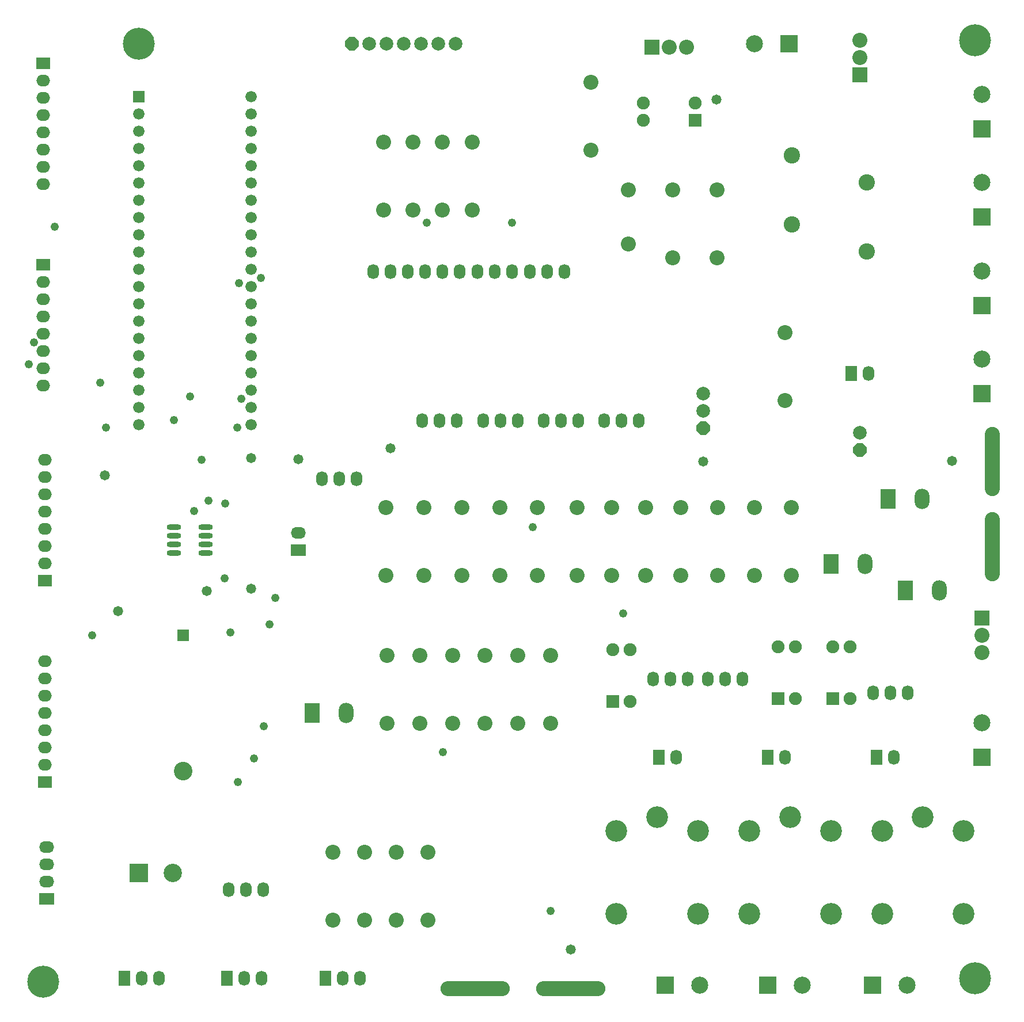
<source format=gts>
G04 Layer_Color=8388736*
%FSLAX24Y24*%
%MOIN*%
G70*
G01*
G75*
%ADD27C,0.0580*%
%ADD58O,0.0828X0.0316*%
%ADD59O,0.4017X0.0867*%
%ADD60O,0.0867X0.4017*%
%ADD61C,0.1074*%
%ADD62R,0.0680X0.0680*%
%ADD63C,0.0867*%
%ADD64O,0.0867X0.1182*%
%ADD65R,0.0867X0.1182*%
%ADD66O,0.0671X0.0867*%
%ADD67R,0.0671X0.0867*%
%ADD68R,0.0867X0.0671*%
%ADD69O,0.0867X0.0671*%
%ADD70R,0.0789X0.0671*%
%ADD71O,0.0789X0.0671*%
%ADD72R,0.0660X0.0660*%
%ADD73C,0.0660*%
%ADD74C,0.0789*%
%ADD75P,0.0854X8X22.5*%
%ADD76R,0.1064X0.1064*%
%ADD77C,0.1064*%
%ADD78C,0.0986*%
%ADD79R,0.0986X0.0986*%
%ADD80C,0.0749*%
%ADD81R,0.0749X0.0749*%
%ADD82C,0.1261*%
%ADD83R,0.0867X0.0867*%
%ADD84C,0.0867*%
%ADD85R,0.0749X0.0749*%
%ADD86C,0.0946*%
%ADD87P,0.0854X8X112.5*%
%ADD88R,0.0986X0.0986*%
%ADD89R,0.0867X0.0867*%
%ADD90C,0.1852*%
%ADD91C,0.0480*%
D27*
X60630Y62598D02*
D03*
X42520Y63386D02*
D03*
X25984Y61811D02*
D03*
X26772Y53937D02*
D03*
X31890Y55118D02*
D03*
X52953Y34353D02*
D03*
X37190Y62760D02*
D03*
X34460Y62800D02*
D03*
Y55260D02*
D03*
X75030Y62640D02*
D03*
X61390Y83570D02*
D03*
D58*
X29980Y58821D02*
D03*
Y58321D02*
D03*
Y57821D02*
D03*
Y57321D02*
D03*
X31831Y58821D02*
D03*
Y58321D02*
D03*
Y57821D02*
D03*
Y57321D02*
D03*
D59*
X47441Y32087D02*
D03*
X52953D02*
D03*
D60*
X77362Y62598D02*
D03*
Y57677D02*
D03*
D61*
X30512Y44685D02*
D03*
D62*
Y52559D02*
D03*
D63*
X39184Y36031D02*
D03*
Y39969D02*
D03*
X41021Y36031D02*
D03*
Y39969D02*
D03*
X46113Y47449D02*
D03*
Y51386D02*
D03*
X42333Y47449D02*
D03*
Y51386D02*
D03*
X47255Y77173D02*
D03*
Y81110D02*
D03*
X45545Y77173D02*
D03*
Y81110D02*
D03*
X43836Y77173D02*
D03*
Y81110D02*
D03*
X42126Y77173D02*
D03*
Y81110D02*
D03*
X65717Y56017D02*
D03*
Y59954D02*
D03*
X63592Y56017D02*
D03*
Y59954D02*
D03*
X59342Y56017D02*
D03*
Y59954D02*
D03*
X61467Y56017D02*
D03*
Y59954D02*
D03*
X55326Y56017D02*
D03*
Y59954D02*
D03*
X57294Y56017D02*
D03*
Y59954D02*
D03*
X51037Y56017D02*
D03*
Y59954D02*
D03*
X53337Y56017D02*
D03*
Y59954D02*
D03*
X42262Y56017D02*
D03*
Y59954D02*
D03*
X44462Y56017D02*
D03*
Y59954D02*
D03*
X46662Y56017D02*
D03*
Y59954D02*
D03*
X48862Y56017D02*
D03*
Y59954D02*
D03*
X61428Y74417D02*
D03*
Y78354D02*
D03*
X59661Y86614D02*
D03*
X58661D02*
D03*
X58869Y74417D02*
D03*
Y78354D02*
D03*
X56299Y75197D02*
D03*
Y78346D02*
D03*
X65365Y66150D02*
D03*
Y70087D02*
D03*
X76772Y51543D02*
D03*
Y52543D02*
D03*
X69685Y87008D02*
D03*
Y86008D02*
D03*
X44696Y36031D02*
D03*
Y39969D02*
D03*
X42858Y36031D02*
D03*
Y39969D02*
D03*
X44223Y47449D02*
D03*
Y51386D02*
D03*
X48003Y47449D02*
D03*
Y51386D02*
D03*
X49893Y47449D02*
D03*
Y51386D02*
D03*
X51782Y47449D02*
D03*
Y51386D02*
D03*
D64*
X39961Y48032D02*
D03*
X69980Y56693D02*
D03*
X73300Y60460D02*
D03*
X74290Y55160D02*
D03*
D65*
X37992Y48032D02*
D03*
X68012Y56693D02*
D03*
X71332Y60460D02*
D03*
X72322Y55160D02*
D03*
D66*
X39748Y32677D02*
D03*
X40748D02*
D03*
X34055D02*
D03*
X35055D02*
D03*
X28134D02*
D03*
X29134D02*
D03*
X71654Y45472D02*
D03*
X59071D02*
D03*
X65362D02*
D03*
X70185Y67717D02*
D03*
X49567Y73622D02*
D03*
X47567D02*
D03*
X48567D02*
D03*
X46543D02*
D03*
X44543D02*
D03*
X45543D02*
D03*
X43520D02*
D03*
X41520D02*
D03*
X42520D02*
D03*
X35146Y37795D02*
D03*
X33146D02*
D03*
X34146D02*
D03*
X46366Y64961D02*
D03*
X44366D02*
D03*
X45366D02*
D03*
X49879D02*
D03*
X47879D02*
D03*
X48879D02*
D03*
X53392D02*
D03*
X51392D02*
D03*
X52392D02*
D03*
X56906D02*
D03*
X54906D02*
D03*
X55906D02*
D03*
X59728Y50000D02*
D03*
X57728D02*
D03*
X58728D02*
D03*
X62910Y50000D02*
D03*
X60910D02*
D03*
X61910D02*
D03*
X72457Y49213D02*
D03*
X70457D02*
D03*
X71457D02*
D03*
X40567Y61614D02*
D03*
X38567D02*
D03*
X39567D02*
D03*
X52590Y73610D02*
D03*
X50590D02*
D03*
X51590D02*
D03*
D67*
X38748Y32677D02*
D03*
X33055D02*
D03*
X27134D02*
D03*
X70654Y45472D02*
D03*
X58071D02*
D03*
X64362D02*
D03*
X69185Y67717D02*
D03*
D68*
X37205Y57465D02*
D03*
X22638Y37280D02*
D03*
D69*
X37205Y58465D02*
D03*
X22638Y38280D02*
D03*
Y40280D02*
D03*
Y39280D02*
D03*
D70*
X22539Y44047D02*
D03*
X22441Y74008D02*
D03*
X22539Y55717D02*
D03*
X22441Y85677D02*
D03*
D71*
X22539Y47047D02*
D03*
Y48047D02*
D03*
Y50047D02*
D03*
Y51047D02*
D03*
Y49047D02*
D03*
Y46047D02*
D03*
Y45047D02*
D03*
X22441Y71008D02*
D03*
Y70008D02*
D03*
Y68008D02*
D03*
Y67008D02*
D03*
Y69008D02*
D03*
Y72008D02*
D03*
Y73008D02*
D03*
X22539Y58717D02*
D03*
Y59717D02*
D03*
Y61717D02*
D03*
Y62717D02*
D03*
Y60717D02*
D03*
Y57717D02*
D03*
Y56717D02*
D03*
X22441Y82677D02*
D03*
Y81677D02*
D03*
Y79677D02*
D03*
Y78677D02*
D03*
Y80677D02*
D03*
Y83677D02*
D03*
Y84677D02*
D03*
D72*
X27953Y83756D02*
D03*
D73*
Y82756D02*
D03*
Y81756D02*
D03*
Y80756D02*
D03*
Y79756D02*
D03*
Y78756D02*
D03*
Y77756D02*
D03*
Y76756D02*
D03*
Y75756D02*
D03*
Y74756D02*
D03*
Y73756D02*
D03*
Y72756D02*
D03*
Y71756D02*
D03*
Y70756D02*
D03*
Y69756D02*
D03*
Y68756D02*
D03*
Y67756D02*
D03*
Y66756D02*
D03*
Y65756D02*
D03*
Y64756D02*
D03*
X34453Y83756D02*
D03*
Y82756D02*
D03*
Y81756D02*
D03*
Y80756D02*
D03*
Y79756D02*
D03*
Y78756D02*
D03*
Y77756D02*
D03*
Y76756D02*
D03*
Y75756D02*
D03*
Y74756D02*
D03*
Y73756D02*
D03*
Y72756D02*
D03*
Y71756D02*
D03*
Y70756D02*
D03*
Y69756D02*
D03*
Y68756D02*
D03*
Y67756D02*
D03*
Y66756D02*
D03*
Y65756D02*
D03*
Y64756D02*
D03*
D74*
X44291Y86811D02*
D03*
X43291D02*
D03*
X42291D02*
D03*
X41291D02*
D03*
X45291D02*
D03*
X46291D02*
D03*
X60630Y66535D02*
D03*
Y65535D02*
D03*
X69685Y64280D02*
D03*
D75*
X40291Y86811D02*
D03*
D76*
X27953Y38780D02*
D03*
D77*
X29921D02*
D03*
D78*
X72441Y32283D02*
D03*
X66370D02*
D03*
X60433D02*
D03*
X76772Y68535D02*
D03*
Y73654D02*
D03*
Y47472D02*
D03*
Y78772D02*
D03*
Y83890D02*
D03*
X63583Y86811D02*
D03*
D79*
X70441Y32283D02*
D03*
X64370D02*
D03*
X58433D02*
D03*
X65583Y86811D02*
D03*
D80*
X68134Y51894D02*
D03*
X69134D02*
D03*
Y48894D02*
D03*
X55406Y51697D02*
D03*
X56406D02*
D03*
Y48697D02*
D03*
X64952Y51894D02*
D03*
X65952D02*
D03*
Y48894D02*
D03*
X57161Y82374D02*
D03*
Y83374D02*
D03*
X60161D02*
D03*
D81*
X68134Y48894D02*
D03*
X55406Y48697D02*
D03*
X64952Y48894D02*
D03*
D82*
X73342Y42001D02*
D03*
X75704Y41213D02*
D03*
X70980D02*
D03*
X75704Y36410D02*
D03*
X70980D02*
D03*
X65650Y42001D02*
D03*
X68012Y41213D02*
D03*
X63288D02*
D03*
X68012Y36410D02*
D03*
X63288D02*
D03*
X57958Y42001D02*
D03*
X60320Y41213D02*
D03*
X55596D02*
D03*
X60320Y36410D02*
D03*
X55596D02*
D03*
D83*
X57661Y86614D02*
D03*
D84*
X54130Y80653D02*
D03*
Y84590D02*
D03*
D85*
X60161Y82374D02*
D03*
D86*
X65748Y80354D02*
D03*
Y76339D02*
D03*
X70079Y74764D02*
D03*
Y78780D02*
D03*
D87*
X60630Y64535D02*
D03*
X69685Y63280D02*
D03*
D88*
X76772Y66535D02*
D03*
Y71654D02*
D03*
Y45472D02*
D03*
Y76772D02*
D03*
Y81890D02*
D03*
D89*
Y53543D02*
D03*
X69685Y85008D02*
D03*
D90*
X22441Y32480D02*
D03*
X27953Y86811D02*
D03*
X76378Y87008D02*
D03*
Y32677D02*
D03*
D91*
X35870Y54710D02*
D03*
X25250Y52540D02*
D03*
X45560Y45780D02*
D03*
X31990Y60340D02*
D03*
X21910Y69510D02*
D03*
X33700Y44047D02*
D03*
X35540Y53170D02*
D03*
X21580Y68260D02*
D03*
X34640Y45400D02*
D03*
X26060Y64561D02*
D03*
X32970Y60170D02*
D03*
X23103Y76200D02*
D03*
X30000Y65000D02*
D03*
X50750Y58800D02*
D03*
X32930Y55830D02*
D03*
X33260Y52700D02*
D03*
X25730Y67180D02*
D03*
X31150Y59740D02*
D03*
X30920Y66390D02*
D03*
X31600Y62720D02*
D03*
X33670Y64580D02*
D03*
X35210Y47290D02*
D03*
X56010Y53810D02*
D03*
X49560Y76430D02*
D03*
X44630Y76450D02*
D03*
X33910Y66250D02*
D03*
X35020Y73250D02*
D03*
X33760Y72960D02*
D03*
X51810Y36570D02*
D03*
M02*

</source>
